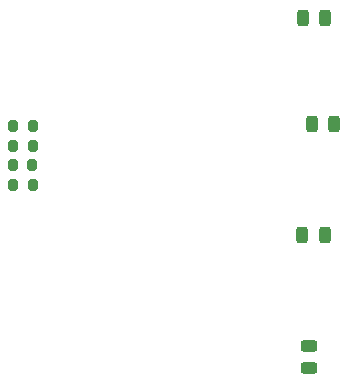
<source format=gbp>
G04 #@! TF.GenerationSoftware,KiCad,Pcbnew,8.0.1*
G04 #@! TF.CreationDate,2024-04-08T19:57:06+01:00*
G04 #@! TF.ProjectId,hexpansion,68657870-616e-4736-996f-6e2e6b696361,rev?*
G04 #@! TF.SameCoordinates,Original*
G04 #@! TF.FileFunction,Paste,Bot*
G04 #@! TF.FilePolarity,Positive*
%FSLAX46Y46*%
G04 Gerber Fmt 4.6, Leading zero omitted, Abs format (unit mm)*
G04 Created by KiCad (PCBNEW 8.0.1) date 2024-04-08 19:57:06*
%MOMM*%
%LPD*%
G01*
G04 APERTURE LIST*
G04 Aperture macros list*
%AMRoundRect*
0 Rectangle with rounded corners*
0 $1 Rounding radius*
0 $2 $3 $4 $5 $6 $7 $8 $9 X,Y pos of 4 corners*
0 Add a 4 corners polygon primitive as box body*
4,1,4,$2,$3,$4,$5,$6,$7,$8,$9,$2,$3,0*
0 Add four circle primitives for the rounded corners*
1,1,$1+$1,$2,$3*
1,1,$1+$1,$4,$5*
1,1,$1+$1,$6,$7*
1,1,$1+$1,$8,$9*
0 Add four rect primitives between the rounded corners*
20,1,$1+$1,$2,$3,$4,$5,0*
20,1,$1+$1,$4,$5,$6,$7,0*
20,1,$1+$1,$6,$7,$8,$9,0*
20,1,$1+$1,$8,$9,$2,$3,0*%
G04 Aperture macros list end*
%ADD10RoundRect,0.243750X0.243750X0.456250X-0.243750X0.456250X-0.243750X-0.456250X0.243750X-0.456250X0*%
%ADD11RoundRect,0.200000X-0.200000X-0.275000X0.200000X-0.275000X0.200000X0.275000X-0.200000X0.275000X0*%
%ADD12RoundRect,0.243750X-0.456250X0.243750X-0.456250X-0.243750X0.456250X-0.243750X0.456250X0.243750X0*%
G04 APERTURE END LIST*
D10*
X136624300Y-91389200D03*
X134749300Y-91389200D03*
D11*
X109475000Y-96520000D03*
X111125000Y-96520000D03*
X109475000Y-93218000D03*
X111125000Y-93218000D03*
X109474000Y-94869000D03*
X111124000Y-94869000D03*
D12*
X134569200Y-110156900D03*
X134569200Y-112031900D03*
D11*
X109475000Y-91567000D03*
X111125000Y-91567000D03*
D10*
X135857100Y-100787200D03*
X133982100Y-100787200D03*
X135867500Y-82346800D03*
X133992500Y-82346800D03*
M02*

</source>
